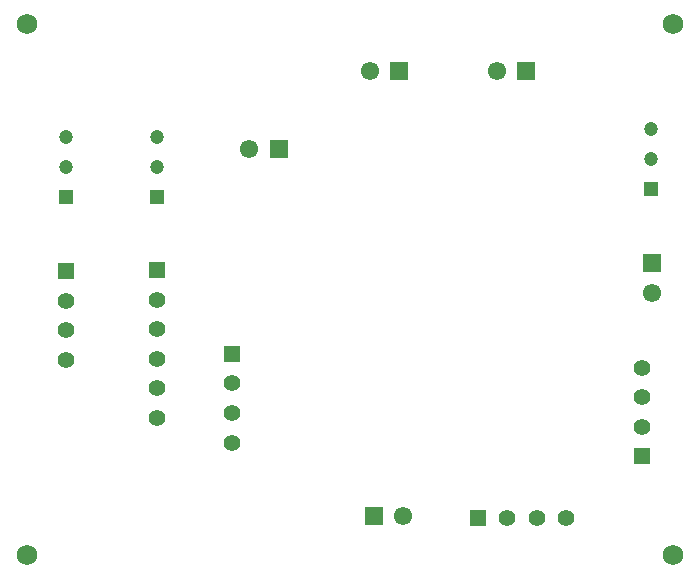
<source format=gbs>
G04*
G04 #@! TF.GenerationSoftware,Altium Limited,Altium Designer,23.1.1 (15)*
G04*
G04 Layer_Color=16711935*
%FSLAX44Y44*%
%MOMM*%
G71*
G04*
G04 #@! TF.SameCoordinates,A958324D-6691-4423-B282-4C8B23E47DD7*
G04*
G04*
G04 #@! TF.FilePolarity,Negative*
G04*
G01*
G75*
%ADD16R,1.2000X1.2000*%
%ADD27C,1.4000*%
%ADD28R,1.4000X1.4000*%
%ADD29C,1.5500*%
%ADD30R,1.5500X1.5500*%
%ADD31R,1.4000X1.4000*%
%ADD32R,1.5500X1.5500*%
%ADD33C,1.2000*%
%ADD34C,1.7272*%
D16*
X1196340Y802640D02*
D03*
X778510Y796290D02*
D03*
X701040D02*
D03*
D27*
Y657860D02*
D03*
Y682860D02*
D03*
Y707860D02*
D03*
X842010Y588010D02*
D03*
Y613010D02*
D03*
Y638010D02*
D03*
X1124820Y524510D02*
D03*
X1099820D02*
D03*
X1074820D02*
D03*
X1188720Y651510D02*
D03*
Y626510D02*
D03*
Y601510D02*
D03*
X778510Y609060D02*
D03*
Y634060D02*
D03*
Y659060D02*
D03*
Y684060D02*
D03*
Y709060D02*
D03*
D28*
X701040Y732860D02*
D03*
X842010Y663010D02*
D03*
X1188720Y576510D02*
D03*
X778510Y734060D02*
D03*
D29*
X986590Y525950D02*
D03*
X1197610Y715010D02*
D03*
X1065730Y902800D02*
D03*
X958415D02*
D03*
X856380Y836930D02*
D03*
D30*
X961590Y525950D02*
D03*
X1090730Y902800D02*
D03*
X983415D02*
D03*
X881380Y836930D02*
D03*
D31*
X1049820Y524510D02*
D03*
D32*
X1197610Y740010D02*
D03*
D33*
X1196340Y853440D02*
D03*
Y828040D02*
D03*
X778510Y847090D02*
D03*
Y821690D02*
D03*
X701040Y847090D02*
D03*
Y821690D02*
D03*
D34*
X668020Y942340D02*
D03*
Y492760D02*
D03*
X1215390Y942340D02*
D03*
Y492760D02*
D03*
M02*

</source>
